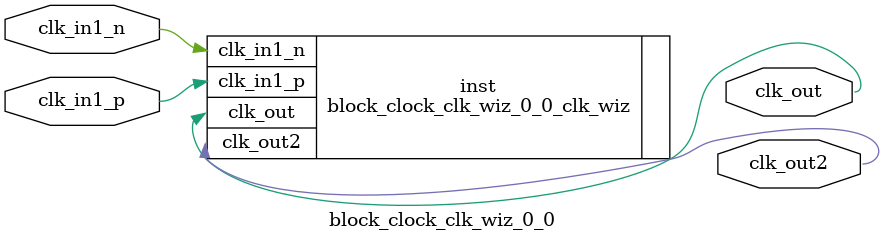
<source format=v>


`timescale 1ps/1ps

(* CORE_GENERATION_INFO = "block_clock_clk_wiz_0_0,clk_wiz_v6_0_13_0_0,{component_name=block_clock_clk_wiz_0_0,use_phase_alignment=false,use_min_o_jitter=false,use_max_i_jitter=false,use_dyn_phase_shift=false,use_inclk_switchover=false,use_dyn_reconfig=false,enable_axi=0,feedback_source=FDBK_AUTO,PRIMITIVE=MMCM,num_out_clk=2,clkin1_period=5.000,clkin2_period=10.0,use_power_down=false,use_reset=false,use_locked=false,use_inclk_stopped=false,feedback_type=SINGLE,CLOCK_MGR_TYPE=NA,manual_override=false}" *)

module block_clock_clk_wiz_0_0 
 (
  // Clock out ports
  output        clk_out,
  output        clk_out2,
 // Clock in ports
  input         clk_in1_p,
  input         clk_in1_n
 );

  block_clock_clk_wiz_0_0_clk_wiz inst
  (
  // Clock out ports  
  .clk_out(clk_out),
  .clk_out2(clk_out2),
 // Clock in ports
  .clk_in1_p(clk_in1_p),
  .clk_in1_n(clk_in1_n)
  );

endmodule

</source>
